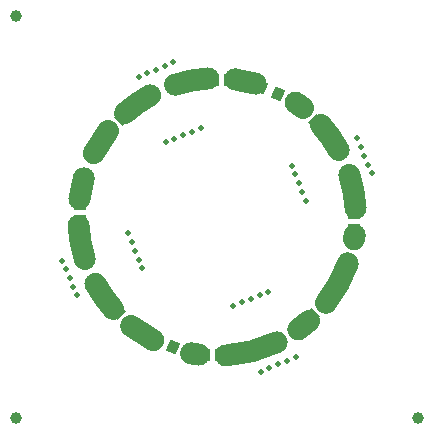
<source format=gtl>
G04*
G04 #@! TF.GenerationSoftware,Altium Limited,Altium Designer,22.2.1 (43)*
G04*
G04 Layer_Physical_Order=1*
G04 Layer_Color=255*
%FSLAX25Y25*%
%MOIN*%
G70*
G04*
G04 #@! TF.SameCoordinates,70B15B9A-0B0E-40B4-BC6F-C93E4DF4F8A9*
G04*
G04*
G04 #@! TF.FilePolarity,Positive*
G04*
G01*
G75*
%ADD10C,0.03937*%
%ADD11C,0.07480*%
%ADD12C,0.01968*%
%ADD13P,0.05568X4X360.0*%
G04:AMPARAMS|DCode=14|XSize=70.87mil|YSize=39.37mil|CornerRadius=0mil|HoleSize=0mil|Usage=FLASHONLY|Rotation=314.979|XOffset=0mil|YOffset=0mil|HoleType=Round|Shape=Rectangle|*
%AMROTATEDRECTD14*
4,1,4,-0.03897,0.01115,-0.01112,0.03898,0.03897,-0.01115,0.01112,-0.03898,-0.03897,0.01115,0.0*
%
%ADD14ROTATEDRECTD14*%

G04:AMPARAMS|DCode=15|XSize=35.43mil|YSize=39.37mil|CornerRadius=0mil|HoleSize=0mil|Usage=FLASHONLY|Rotation=157.500|XOffset=0mil|YOffset=0mil|HoleType=Round|Shape=Rectangle|*
%AMROTATEDRECTD15*
4,1,4,0.02390,0.01141,0.00884,-0.02497,-0.02390,-0.01141,-0.00884,0.02497,0.02390,0.01141,0.0*
%
%ADD15ROTATEDRECTD15*%

%ADD16R,0.03937X0.03937*%
%ADD17R,0.07087X0.03937*%
%ADD18P,0.05568X4X90.0*%
G04:AMPARAMS|DCode=19|XSize=70.87mil|YSize=39.37mil|CornerRadius=0mil|HoleSize=0mil|Usage=FLASHONLY|Rotation=44.979|XOffset=0mil|YOffset=0mil|HoleType=Round|Shape=Rectangle|*
%AMROTATEDRECTD19*
4,1,4,-0.01115,-0.03897,-0.03898,-0.01112,0.01115,0.03897,0.03898,0.01112,-0.01115,-0.03897,0.0*
%
%ADD19ROTATEDRECTD19*%

%ADD20R,0.03937X0.03937*%
%ADD21R,0.03937X0.07087*%
G04:AMPARAMS|DCode=22|XSize=35.43mil|YSize=39.37mil|CornerRadius=0mil|HoleSize=0mil|Usage=FLASHONLY|Rotation=157.500|XOffset=0mil|YOffset=0mil|HoleType=Round|Shape=Rectangle|*
%AMROTATEDRECTD22*
4,1,4,0.02390,0.01141,0.00884,-0.02497,-0.02390,-0.01141,-0.00884,0.02497,0.02390,0.01141,0.0*
%
%ADD22ROTATEDRECTD22*%

G04:AMPARAMS|DCode=23|XSize=118.11mil|YSize=59.06mil|CornerRadius=0mil|HoleSize=0mil|Usage=FLASHONLY|Rotation=22.500|XOffset=0mil|YOffset=0mil|HoleType=Round|Shape=Round|*
%AMOVALD23*
21,1,0.05906,0.05906,0.00000,0.00000,22.5*
1,1,0.05906,-0.02728,-0.01130*
1,1,0.05906,0.02728,0.01130*
%
%ADD23OVALD23*%

G04:AMPARAMS|DCode=24|XSize=118.11mil|YSize=59.06mil|CornerRadius=0mil|HoleSize=0mil|Usage=FLASHONLY|Rotation=67.500|XOffset=0mil|YOffset=0mil|HoleType=Round|Shape=Round|*
%AMOVALD24*
21,1,0.05906,0.05906,0.00000,0.00000,67.5*
1,1,0.05906,-0.01130,-0.02728*
1,1,0.05906,0.01130,0.02728*
%
%ADD24OVALD24*%

%ADD25C,0.01968*%
%ADD26C,0.02756*%
D10*
X11811Y145669D02*
D03*
X145669Y11811D02*
D03*
X11811D02*
D03*
D11*
X115049Y50076D02*
G03*
X122301Y63171I-36309J28665D01*
G01*
X124400Y71312D02*
G03*
X124611Y72757I-45660J7428D01*
G01*
X105812Y41229D02*
G03*
X109421Y44118I-27072J37511D01*
G01*
X70058Y33302D02*
G03*
X72757Y32869I8682J45438D01*
G01*
X42432Y107405D02*
G03*
X37651Y99993I36309J-28665D01*
G01*
X107405Y115049D02*
G03*
X104935Y116869I-28665J-36309D01*
G01*
X32573Y75815D02*
G03*
X34658Y64714I46167J2925D01*
G01*
X75815Y124908D02*
G03*
X64714Y122822I2925J-46167D01*
G01*
X124908Y81665D02*
G03*
X122822Y92766I-46167J-2925D01*
G01*
X81665Y32573D02*
G03*
X98629Y36974I-2925J46167D01*
G01*
X38206Y56447D02*
G03*
X44118Y48059I40534J22294D01*
G01*
X91638Y123166D02*
G03*
X84723Y124611I-12898J-44425D01*
G01*
X34315Y91638D02*
G03*
X32869Y84723I44425J-12898D01*
G01*
X56447Y119274D02*
G03*
X48059Y113362I22294J-40534D01*
G01*
X119274Y101034D02*
G03*
X113362Y109421I-40534J-22294D01*
G01*
X50076Y42432D02*
G03*
X57487Y37651I28665J36309D01*
G01*
D12*
X86342Y32457D02*
G03*
X96217Y36547I0J13966D01*
G01*
X93307Y122138D02*
G03*
X87824Y124409I-5483J-5483D01*
G01*
X52860Y40028D02*
G03*
X58353Y37753I5493J5493D01*
G01*
X117457Y52871D02*
G03*
X120933Y61263I-8393J8393D01*
G01*
X81509Y32457D02*
X86342D01*
X83071Y124409D02*
X87824D01*
X49506Y43382D02*
X52860Y40028D01*
X114095Y49509D02*
X117457Y52871D01*
D13*
X107972Y114097D02*
D03*
X49506Y43382D02*
D03*
D14*
X112981Y109084D02*
D03*
X44500Y48398D02*
D03*
D15*
X99127Y119728D02*
D03*
X93307Y122138D02*
D03*
D16*
X83071Y124409D02*
D03*
X74410Y32677D02*
D03*
D17*
X75984Y124409D02*
D03*
X81496Y32677D02*
D03*
D18*
X43384Y107972D02*
D03*
X114095Y49509D02*
D03*
D19*
X48397Y112981D02*
D03*
X109084Y44498D02*
D03*
D20*
X33071Y83071D02*
D03*
X124409Y74410D02*
D03*
D21*
X33071Y75984D02*
D03*
X124409Y81496D02*
D03*
D22*
X64173Y35342D02*
D03*
X58353Y37753D02*
D03*
D23*
X96217Y36547D02*
D03*
D24*
X120933Y61263D02*
D03*
D25*
X67440Y106020D02*
D03*
X70350Y107225D02*
D03*
X64531Y104815D02*
D03*
X61621Y103609D02*
D03*
X73260Y108431D02*
D03*
X51460Y67440D02*
D03*
X50255Y70350D02*
D03*
X52666Y64531D02*
D03*
X53871Y61621D02*
D03*
X49050Y73260D02*
D03*
X106020Y90040D02*
D03*
X107225Y87130D02*
D03*
X104815Y92950D02*
D03*
X103609Y95860D02*
D03*
X108431Y84220D02*
D03*
X84220Y49050D02*
D03*
X95860Y53871D02*
D03*
X92950Y52666D02*
D03*
X87130Y50255D02*
D03*
X90040Y51460D02*
D03*
X61310Y129049D02*
D03*
X58401Y127844D02*
D03*
X55491Y126639D02*
D03*
X52581Y125433D02*
D03*
X64220Y130255D02*
D03*
X28431Y61310D02*
D03*
X29636Y58401D02*
D03*
X30842Y55491D02*
D03*
X32047Y52581D02*
D03*
X27226Y64220D02*
D03*
X129049Y96170D02*
D03*
X127844Y99080D02*
D03*
X126639Y101989D02*
D03*
X125433Y104899D02*
D03*
X130255Y93260D02*
D03*
X93260Y27226D02*
D03*
X104899Y32047D02*
D03*
X101989Y30842D02*
D03*
X99080Y29636D02*
D03*
X96170Y28431D02*
D03*
D26*
X124409Y74410D02*
D03*
X113311Y109376D02*
D03*
X74104Y32389D02*
D03*
X109376Y44170D02*
D03*
X32467Y75809D02*
D03*
X32605Y83368D02*
D03*
X75947Y125022D02*
D03*
X99389Y120255D02*
D03*
X107972Y114097D02*
D03*
X125022Y81533D02*
D03*
X64173Y35342D02*
D03*
X48397Y112981D02*
D03*
X43384Y107972D02*
D03*
X44500Y48398D02*
D03*
M02*

</source>
